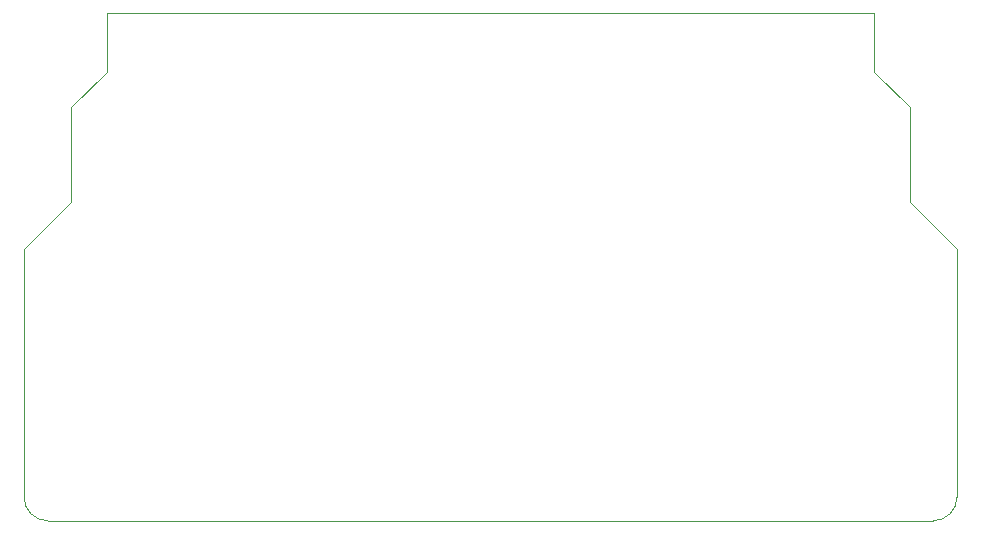
<source format=gm1>
G04 #@! TF.GenerationSoftware,KiCad,Pcbnew,7.0.1*
G04 #@! TF.CreationDate,2023-03-16T04:22:28+02:00*
G04 #@! TF.ProjectId,connector-pcb,636f6e6e-6563-4746-9f72-2d7063622e6b,rev?*
G04 #@! TF.SameCoordinates,Original*
G04 #@! TF.FileFunction,Profile,NP*
%FSLAX46Y46*%
G04 Gerber Fmt 4.6, Leading zero omitted, Abs format (unit mm)*
G04 Created by KiCad (PCBNEW 7.0.1) date 2023-03-16 04:22:28*
%MOMM*%
%LPD*%
G01*
G04 APERTURE LIST*
G04 #@! TA.AperFunction,Profile*
%ADD10C,0.100000*%
G04 #@! TD*
G04 APERTURE END LIST*
D10*
X64000000Y-57000000D02*
X64000000Y-65000000D01*
X135000000Y-57000000D02*
X135000000Y-65000000D01*
X132000000Y-54000000D02*
X135000000Y-57000000D01*
X137000000Y-92000000D02*
X62000000Y-92000000D01*
X60000000Y-69000000D02*
X60000000Y-90000000D01*
X64000000Y-65000000D02*
X60000000Y-69000000D01*
X137000000Y-92000000D02*
G75*
G03*
X139000000Y-90000000I0J2000000D01*
G01*
X139000000Y-69000000D02*
X135000000Y-65000000D01*
X67000000Y-54000000D02*
X64000000Y-57000000D01*
X60000000Y-90000000D02*
G75*
G03*
X62000000Y-92000000I2000000J0D01*
G01*
X139000000Y-90000000D02*
X139000000Y-69000000D01*
X67000000Y-49000000D02*
X67000000Y-54000000D01*
X132000000Y-49000000D02*
X132000000Y-54000000D01*
X132000000Y-49000000D02*
X67000000Y-49000000D01*
M02*

</source>
